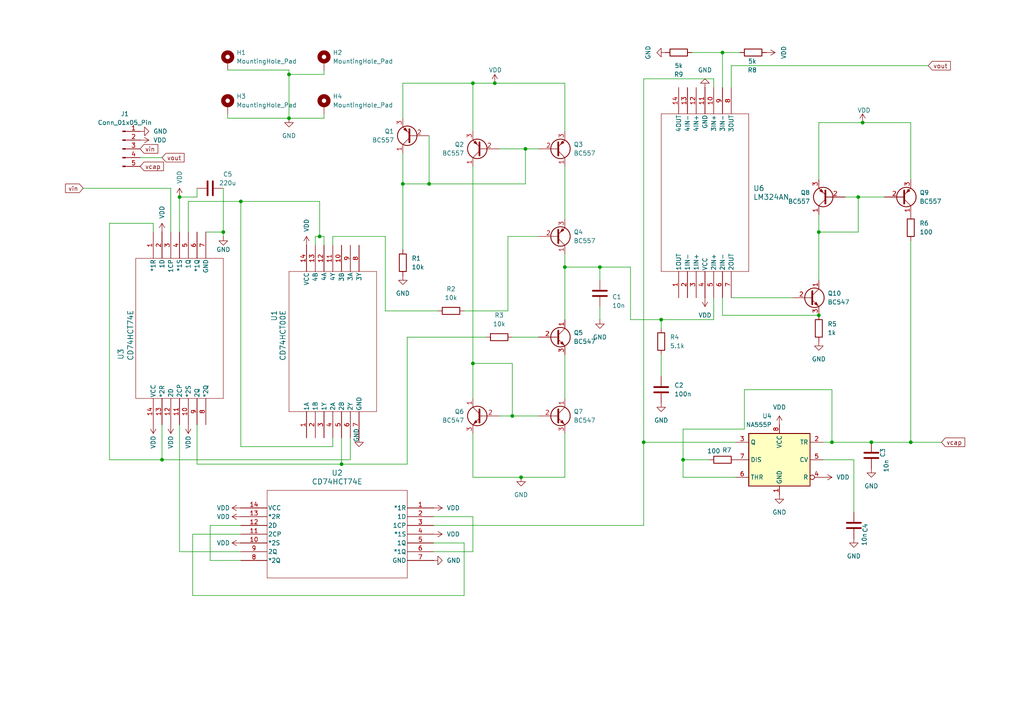
<source format=kicad_sch>
(kicad_sch (version 20231120) (generator "eeschema") (generator_version "8.0")
  (paper "A4")
  (lib_symbols
    (symbol "CD74HCT00E:CD74HCT00E" (pin_names (offset 0.254))
      (property "Reference" "U" (at 27.94 10.16 0))
      (property "Value" "CD74HCT00E" (at 27.94 7.62 0))
      (symbol "CD74HCT00E_0_1"
        (polyline (pts (xy 7.62 -20.32) (xy 48.26 -20.32)) (stroke (width 0.127)))
        (polyline (pts (xy 7.62 5.08) (xy 7.62 -20.32)) (stroke (width 0.127)))
        (polyline (pts (xy 48.26 -20.32) (xy 48.26 5.08)) (stroke (width 0.127)))
        (polyline (pts (xy 48.26 5.08) (xy 7.62 5.08)) (stroke (width 0.127)))
        (pin input line (at 0 0 0) (length 7.62) (name "1A") (number "1"))
        (pin input line (at 55.88 -10.16 180) (length 7.62) (name "3B") (number "10"))
        (pin output line (at 55.88 -7.62 180) (length 7.62) (name "4Y") (number "11"))
        (pin input line (at 55.88 -5.08 180) (length 7.62) (name "4A") (number "12"))
        (pin input line (at 55.88 -2.54 180) (length 7.62) (name "4B") (number "13"))
        (pin power_in line (at 55.88 0 180) (length 7.62) (name "VCC") (number "14"))
        (pin input line (at 0 -2.54 0) (length 7.62) (name "1B") (number "2"))
        (pin output line (at 0 -5.08 0) (length 7.62) (name "1Y") (number "3"))
        (pin input line (at 0 -7.62 0) (length 7.62) (name "2A") (number "4"))
        (pin input line (at 0 -10.16 0) (length 7.62) (name "2B") (number "5"))
        (pin output line (at 0 -12.7 0) (length 7.62) (name "2Y") (number "6"))
        (pin power_in line (at 0 -15.24 0) (length 7.62) (name "GND") (number "7"))
        (pin output line (at 55.88 -15.24 180) (length 7.62) (name "3Y") (number "8"))
        (pin input line (at 55.88 -12.7 180) (length 7.62) (name "3A") (number "9"))
      )
    )
    (symbol "CD74HCT74E:CD74HCT74E" (pin_names (offset 0.254))
      (property "Reference" "U" (at 27.94 10.16 0))
      (property "Value" "CD74HCT74E" (at 27.94 7.62 0))
      (symbol "CD74HCT74E_0_1"
        (polyline (pts (xy 7.62 -20.32) (xy 48.26 -20.32)) (stroke (width 0.127)))
        (polyline (pts (xy 7.62 5.08) (xy 7.62 -20.32)) (stroke (width 0.127)))
        (polyline (pts (xy 48.26 -20.32) (xy 48.26 5.08)) (stroke (width 0.127)))
        (polyline (pts (xy 48.26 5.08) (xy 7.62 5.08)) (stroke (width 0.127)))
        (pin input line (at 0 0 0) (length 7.62) (name "*1R") (number "1"))
        (pin input line (at 55.88 -10.16 180) (length 7.62) (name "*2S") (number "10"))
        (pin input line (at 55.88 -7.62 180) (length 7.62) (name "2CP") (number "11"))
        (pin input line (at 55.88 -5.08 180) (length 7.62) (name "2D") (number "12"))
        (pin input line (at 55.88 -2.54 180) (length 7.62) (name "*2R") (number "13"))
        (pin power_in line (at 55.88 0 180) (length 7.62) (name "VCC") (number "14"))
        (pin input line (at 0 -2.54 0) (length 7.62) (name "1D") (number "2"))
        (pin input line (at 0 -5.08 0) (length 7.62) (name "1CP") (number "3"))
        (pin input line (at 0 -7.62 0) (length 7.62) (name "*1S") (number "4"))
        (pin output line (at 0 -10.16 0) (length 7.62) (name "1Q") (number "5"))
        (pin output line (at 0 -12.7 0) (length 7.62) (name "*1Q") (number "6"))
        (pin power_in line (at 0 -15.24 0) (length 7.62) (name "GND") (number "7"))
        (pin output line (at 55.88 -15.24 180) (length 7.62) (name "*2Q") (number "8"))
        (pin output line (at 55.88 -12.7 180) (length 7.62) (name "2Q") (number "9"))
      )
    )
    (symbol "Connector:Conn_01x05_Pin" (pin_names (offset 1.016) hide)
      (property "Reference" "J" (at 0 7.62 0))
      (property "Value" "Conn_01x05_Pin" (at 0 -7.62 0))
      (symbol "Conn_01x05_Pin_1_1"
        (polyline (pts (xy 1.27 -5.08) (xy 0.8636 -5.08)) (stroke (width 0.1524)))
        (polyline (pts (xy 1.27 -2.54) (xy 0.8636 -2.54)) (stroke (width 0.1524)))
        (polyline (pts (xy 1.27 0) (xy 0.8636 0)) (stroke (width 0.1524)))
        (polyline (pts (xy 1.27 2.54) (xy 0.8636 2.54)) (stroke (width 0.1524)))
        (polyline (pts (xy 1.27 5.08) (xy 0.8636 5.08)) (stroke (width 0.1524)))
        (rectangle (start 0.8636 -4.953) (end 0 -5.207) (stroke (width 0.1524)) (fill (type outline)))
        (rectangle (start 0.8636 -2.413) (end 0 -2.667) (stroke (width 0.1524)) (fill (type outline)))
        (rectangle (start 0.8636 0.127) (end 0 -0.127) (stroke (width 0.1524)) (fill (type outline)))
        (rectangle (start 0.8636 2.667) (end 0 2.413) (stroke (width 0.1524)) (fill (type outline)))
        (rectangle (start 0.8636 5.207) (end 0 4.953) (stroke (width 0.1524)) (fill (type outline)))
        (pin passive line (at 5.08 5.08 180) (length 3.81) (name "Pin_1") (number "1"))
        (pin passive line (at 5.08 2.54 180) (length 3.81) (name "Pin_2") (number "2"))
        (pin passive line (at 5.08 0 180) (length 3.81) (name "Pin_3") (number "3"))
        (pin passive line (at 5.08 -2.54 180) (length 3.81) (name "Pin_4") (number "4"))
        (pin passive line (at 5.08 -5.08 180) (length 3.81) (name "Pin_5") (number "5"))
      )
    )
    (symbol "Device:C" (pin_numbers hide) (pin_names (offset 0.254))
      (property "Reference" "C" (at 0.635 2.54 0))
      (property "Value" "C" (at 0.635 -2.54 0))
      (symbol "C_0_1"
        (polyline (pts (xy -2.032 -0.762) (xy 2.032 -0.762)) (stroke (width 0.508)))
        (polyline (pts (xy -2.032 0.762) (xy 2.032 0.762)) (stroke (width 0.508)))
      )
      (symbol "C_1_1"
        (pin passive line (at 0 3.81 270) (length 2.794) (name "~") (number "1"))
        (pin passive line (at 0 -3.81 90) (length 2.794) (name "~") (number "2"))
      )
    )
    (symbol "Device:R" (pin_numbers hide) (pin_names (offset 0))
      (property "Reference" "R" (at 2.032 0 90))
      (property "Value" "R" (at 0 0 90))
      (symbol "R_0_1"
        (rectangle (start -1.016 -2.54) (end 1.016 2.54) (stroke (width 0.254)))
      )
      (symbol "R_1_1"
        (pin passive line (at 0 3.81 270) (length 1.27) (name "~") (number "1"))
        (pin passive line (at 0 -3.81 90) (length 1.27) (name "~") (number "2"))
      )
    )
    (symbol "LM324AN:LM324AN" (pin_names (offset 0.254))
      (property "Reference" "U" (at 30.48 10.16 0))
      (property "Value" "LM324AN" (at 30.48 7.62 0))
      (symbol "LM324AN_0_1"
        (polyline (pts (xy 7.62 -20.32) (xy 53.34 -20.32)) (stroke (width 0.127)))
        (polyline (pts (xy 7.62 5.08) (xy 7.62 -20.32)) (stroke (width 0.127)))
        (polyline (pts (xy 53.34 -20.32) (xy 53.34 5.08)) (stroke (width 0.127)))
        (polyline (pts (xy 53.34 5.08) (xy 7.62 5.08)) (stroke (width 0.127)))
        (pin output line (at 0 0 0) (length 7.62) (name "1OUT") (number "1"))
        (pin input line (at 60.96 -10.16 180) (length 7.62) (name "3IN+") (number "10"))
        (pin power_in line (at 60.96 -7.62 180) (length 7.62) (name "GND") (number "11"))
        (pin input line (at 60.96 -5.08 180) (length 7.62) (name "4IN+") (number "12"))
        (pin input line (at 60.96 -2.54 180) (length 7.62) (name "4IN-") (number "13"))
        (pin output line (at 60.96 0 180) (length 7.62) (name "4OUT") (number "14"))
        (pin input line (at 0 -2.54 0) (length 7.62) (name "1IN-") (number "2"))
        (pin input line (at 0 -5.08 0) (length 7.62) (name "1IN+") (number "3"))
        (pin power_in line (at 0 -7.62 0) (length 7.62) (name "VCC") (number "4"))
        (pin input line (at 0 -10.16 0) (length 7.62) (name "2IN+") (number "5"))
        (pin input line (at 0 -12.7 0) (length 7.62) (name "2IN-") (number "6"))
        (pin output line (at 0 -15.24 0) (length 7.62) (name "2OUT") (number "7"))
        (pin output line (at 60.96 -15.24 180) (length 7.62) (name "3OUT") (number "8"))
        (pin input line (at 60.96 -12.7 180) (length 7.62) (name "3IN-") (number "9"))
      )
    )
    (symbol "Mechanical:MountingHole_Pad" (pin_numbers hide) (pin_names (offset 1.016) hide) (exclude_from_sim yes) (in_bom no)
      (property "Reference" "H" (at 0 6.35 0))
      (property "Value" "MountingHole_Pad" (at 0 4.445 0))
      (symbol "MountingHole_Pad_0_1"
        (circle (center 0 1.27) (radius 1.27) (stroke (width 1.27)))
      )
      (symbol "MountingHole_Pad_1_1"
        (pin input line (at 0 -2.54 90) (length 2.54) (name "1") (number "1"))
      )
    )
    (symbol "Timer:NA555P"
      (property "Reference" "U" (at -10.16 8.89 0))
      (property "Value" "NA555P" (at 2.54 8.89 0))
      (symbol "NA555P_0_0"
        (pin power_in line (at 0 -10.16 90) (length 2.54) (name "GND") (number "1"))
        (pin power_in line (at 0 10.16 270) (length 2.54) (name "VCC") (number "8"))
      )
      (symbol "NA555P_0_1"
        (rectangle (start -8.89 -7.62) (end 8.89 7.62) (stroke (width 0.254)) (fill (type background)))
        (rectangle (start -8.89 -7.62) (end 8.89 7.62) (stroke (width 0.254)) (fill (type background)))
      )
      (symbol "NA555P_1_1"
        (pin input line (at -12.7 5.08 0) (length 3.81) (name "TR") (number "2"))
        (pin output line (at 12.7 5.08 180) (length 3.81) (name "Q") (number "3"))
        (pin input inverted (at -12.7 -5.08 0) (length 3.81) (name "R") (number "4"))
        (pin input line (at -12.7 0 0) (length 3.81) (name "CV") (number "5"))
        (pin input line (at 12.7 -5.08 180) (length 3.81) (name "THR") (number "6"))
        (pin input line (at 12.7 0 180) (length 3.81) (name "DIS") (number "7"))
      )
    )
    (symbol "Transistor_BJT:BC547" (pin_names (offset 0) hide)
      (property "Reference" "Q" (at 5.08 1.905 0))
      (property "Value" "BC547" (at 5.08 0 0))
      (symbol "BC547_0_1"
        (polyline (pts (xy 0 0) (xy 0.635 0)))
        (polyline (pts (xy 0.635 0.635) (xy 2.54 2.54)))
        (polyline (pts (xy 0.635 -0.635) (xy 2.54 -2.54) (xy 2.54 -2.54)))
        (polyline (pts (xy 0.635 1.905) (xy 0.635 -1.905) (xy 0.635 -1.905)) (stroke (width 0.508)))
        (polyline (pts (xy 1.27 -1.778) (xy 1.778 -1.27) (xy 2.286 -2.286) (xy 1.27 -1.778) (xy 1.27 -1.778)) (fill (type outline)))
        (circle (center 1.27 0) (radius 2.8194) (stroke (width 0.254)))
      )
      (symbol "BC547_1_1"
        (pin passive line (at 2.54 5.08 270) (length 2.54) (name "C") (number "1"))
        (pin input line (at -5.08 0 0) (length 5.08) (name "B") (number "2"))
        (pin passive line (at 2.54 -5.08 90) (length 2.54) (name "E") (number "3"))
      )
    )
    (symbol "Transistor_BJT:BC557" (pin_names (offset 0) hide)
      (property "Reference" "Q" (at 5.08 1.905 0))
      (property "Value" "BC557" (at 5.08 0 0))
      (symbol "BC557_0_1"
        (polyline (pts (xy 0.635 0.635) (xy 2.54 2.54)))
        (polyline (pts (xy 0.635 -0.635) (xy 2.54 -2.54) (xy 2.54 -2.54)))
        (polyline (pts (xy 0.635 1.905) (xy 0.635 -1.905) (xy 0.635 -1.905)) (stroke (width 0.508)))
        (polyline (pts (xy 2.286 -1.778) (xy 1.778 -2.286) (xy 1.27 -1.27) (xy 2.286 -1.778) (xy 2.286 -1.778)) (fill (type outline)))
        (circle (center 1.27 0) (radius 2.8194) (stroke (width 0.254)))
      )
      (symbol "BC557_1_1"
        (pin passive line (at 2.54 5.08 270) (length 2.54) (name "C") (number "1"))
        (pin input line (at -5.08 0 0) (length 5.715) (name "B") (number "2"))
        (pin passive line (at 2.54 -5.08 90) (length 2.54) (name "E") (number "3"))
      )
    )
    (symbol "power:GND" (power) (pin_numbers hide) (pin_names (offset 0) hide)
      (property "Value" "GND" (at 0 -3.81 0))
      (symbol "GND_0_1"
        (polyline (pts (xy 0 0) (xy 0 -1.27) (xy 1.27 -1.27) (xy 0 -2.54) (xy -1.27 -1.27) (xy 0 -1.27)))
      )
      (symbol "GND_1_1"
        (pin power_in line (at 0 0 270) (length 0) (name "~") (number "1"))
      )
    )
    (symbol "power:VDD" (power) (pin_numbers hide) (pin_names (offset 0) hide)
      (property "Value" "VDD" (at 0 3.556 0))
      (symbol "VDD_0_1"
        (polyline (pts (xy -0.762 1.27) (xy 0 2.54)))
        (polyline (pts (xy 0 0) (xy 0 2.54)))
        (polyline (pts (xy 0 2.54) (xy 0.762 1.27)))
      )
      (symbol "VDD_1_1"
        (pin power_in line (at 0 0 90) (length 0) (name "~") (number "1"))
      )
    )
  )
  (junction (at 186.69 128.27))
  (junction (at 52.07 57.15))
  (junction (at 237.49 91.44))
  (junction (at 148.59 120.65))
  (junction (at 116.84 53.34))
  (junction (at 163.83 77.47))
  (junction (at 64.77 67.31))
  (junction (at 137.16 24.13))
  (junction (at 137.16 105.41))
  (junction (at 46.99 133.35))
  (junction (at 250.19 35.56))
  (junction (at 83.82 34.29))
  (junction (at 252.73 128.27))
  (junction (at 83.82 21.59))
  (junction (at 143.51 24.13))
  (junction (at 198.12 133.35))
  (junction (at 152.4 43.18))
  (junction (at 264.16 128.27))
  (junction (at 124.46 53.34))
  (junction (at 99.06 134.62))
  (junction (at 248.92 57.15))
  (junction (at 237.49 67.31))
  (junction (at 69.85 58.42))
  (junction (at 241.3 128.27))
  (junction (at 209.55 15.24))
  (junction (at 173.99 77.47))
  (junction (at 92.71 68.58))
  (junction (at 151.13 138.43))
  (junction (at 191.77 92.71))
  (wire (pts (xy 93.98 21.59) (xy 93.98 20.32)))
  (wire (pts (xy 173.99 88.9) (xy 173.99 92.71)))
  (wire (pts (xy 163.83 102.87) (xy 163.83 115.57)))
  (wire (pts (xy 241.3 128.27) (xy 252.73 128.27)))
  (wire (pts (xy 264.16 35.56) (xy 264.16 52.07)))
  (wire (pts (xy 163.83 138.43) (xy 163.83 125.73)))
  (wire (pts (xy 99.06 127) (xy 99.06 134.62)))
  (wire (pts (xy 96.52 129.54) (xy 96.52 127)))
  (wire (pts (xy 213.36 138.43) (xy 198.12 138.43)))
  (wire (pts (xy 64.77 68.58) (xy 64.77 67.31)))
  (wire (pts (xy 101.6 127) (xy 101.6 133.35)))
  (wire (pts (xy 111.76 90.17) (xy 127 90.17)))
  (wire (pts (xy 46.99 123.19) (xy 46.99 133.35)))
  (wire (pts (xy 198.12 124.46) (xy 215.9 124.46)))
  (wire (pts (xy 191.77 92.71) (xy 191.77 95.25)))
  (wire (pts (xy 173.99 77.47) (xy 182.88 77.47)))
  (wire (pts (xy 31.75 133.35) (xy 46.99 133.35)))
  (wire (pts (xy 111.76 68.58) (xy 111.76 90.17)))
  (wire (pts (xy 57.15 134.62) (xy 99.06 134.62)))
  (wire (pts (xy 124.46 53.34) (xy 152.4 53.34)))
  (wire (pts (xy 66.04 33.02) (xy 66.04 34.29)))
  (wire (pts (xy 137.16 125.73) (xy 137.16 138.43)))
  (wire (pts (xy 212.09 19.05) (xy 212.09 25.4)))
  (wire (pts (xy 83.82 21.59) (xy 83.82 34.29)))
  (wire (pts (xy 264.16 69.85) (xy 264.16 128.27)))
  (wire (pts (xy 69.85 129.54) (xy 96.52 129.54)))
  (wire (pts (xy 93.98 34.29) (xy 93.98 33.02)))
  (wire (pts (xy 69.85 58.42) (xy 69.85 129.54)))
  (wire (pts (xy 52.07 57.15) (xy 57.15 57.15)))
  (wire (pts (xy 91.44 68.58) (xy 92.71 68.58)))
  (wire (pts (xy 96.52 71.12) (xy 96.52 68.58)))
  (wire (pts (xy 31.75 64.77) (xy 31.75 133.35)))
  (wire (pts (xy 99.06 134.62) (xy 118.11 134.62)))
  (wire (pts (xy 134.62 90.17) (xy 147.32 90.17)))
  (wire (pts (xy 186.69 22.86) (xy 186.69 128.27)))
  (wire (pts (xy 69.85 152.4) (xy 60.96 152.4)))
  (wire (pts (xy 191.77 92.71) (xy 207.01 92.71)))
  (wire (pts (xy 59.69 67.31) (xy 64.77 67.31)))
  (wire (pts (xy 125.73 149.86) (xy 137.16 149.86)))
  (wire (pts (xy 137.16 105.41) (xy 137.16 115.57)))
  (wire (pts (xy 40.64 45.72) (xy 46.99 45.72)))
  (wire (pts (xy 237.49 35.56) (xy 250.19 35.56)))
  (wire (pts (xy 118.11 97.79) (xy 118.11 134.62)))
  (wire (pts (xy 92.71 58.42) (xy 92.71 68.58)))
  (wire (pts (xy 49.53 54.61) (xy 49.53 67.31)))
  (wire (pts (xy 64.77 67.31) (xy 64.77 54.61)))
  (wire (pts (xy 212.09 86.36) (xy 229.87 86.36)))
  (wire (pts (xy 66.04 20.32) (xy 83.82 20.32)))
  (wire (pts (xy 147.32 90.17) (xy 147.32 68.58)))
  (wire (pts (xy 213.36 128.27) (xy 186.69 128.27)))
  (wire (pts (xy 207.01 25.4) (xy 207.01 22.86)))
  (wire (pts (xy 163.83 73.66) (xy 163.83 77.47)))
  (wire (pts (xy 137.16 24.13) (xy 116.84 24.13)))
  (wire (pts (xy 248.92 67.31) (xy 248.92 57.15)))
  (wire (pts (xy 125.73 152.4) (xy 186.69 152.4)))
  (wire (pts (xy 238.76 128.27) (xy 241.3 128.27)))
  (wire (pts (xy 209.55 15.24) (xy 214.63 15.24)))
  (wire (pts (xy 237.49 67.31) (xy 237.49 81.28)))
  (wire (pts (xy 152.4 43.18) (xy 156.21 43.18)))
  (wire (pts (xy 93.98 71.12) (xy 93.98 68.58)))
  (wire (pts (xy 54.61 67.31) (xy 54.61 58.42)))
  (wire (pts (xy 118.11 97.79) (xy 140.97 97.79)))
  (wire (pts (xy 264.16 128.27) (xy 273.05 128.27)))
  (wire (pts (xy 83.82 21.59) (xy 93.98 21.59)))
  (wire (pts (xy 238.76 133.35) (xy 247.65 133.35)))
  (wire (pts (xy 60.96 152.4) (xy 60.96 162.56)))
  (wire (pts (xy 198.12 138.43) (xy 198.12 133.35)))
  (wire (pts (xy 60.96 162.56) (xy 69.85 162.56)))
  (wire (pts (xy 144.78 43.18) (xy 152.4 43.18)))
  (wire (pts (xy 92.71 68.58) (xy 93.98 68.58)))
  (wire (pts (xy 134.62 157.48) (xy 134.62 172.72)))
  (wire (pts (xy 44.45 64.77) (xy 31.75 64.77)))
  (wire (pts (xy 207.01 86.36) (xy 207.01 92.71)))
  (wire (pts (xy 55.88 172.72) (xy 134.62 172.72)))
  (wire (pts (xy 44.45 67.31) (xy 44.45 64.77)))
  (wire (pts (xy 198.12 133.35) (xy 205.74 133.35)))
  (wire (pts (xy 252.73 128.27) (xy 264.16 128.27)))
  (wire (pts (xy 137.16 149.86) (xy 137.16 160.02)))
  (wire (pts (xy 250.19 35.56) (xy 264.16 35.56)))
  (wire (pts (xy 83.82 34.29) (xy 66.04 34.29)))
  (wire (pts (xy 209.55 91.44) (xy 237.49 91.44)))
  (wire (pts (xy 137.16 48.26) (xy 137.16 105.41)))
  (wire (pts (xy 200.66 15.24) (xy 209.55 15.24)))
  (wire (pts (xy 173.99 77.47) (xy 173.99 81.28)))
  (wire (pts (xy 143.51 24.13) (xy 137.16 24.13)))
  (wire (pts (xy 55.88 154.94) (xy 55.88 172.72)))
  (wire (pts (xy 163.83 24.13) (xy 143.51 24.13)))
  (wire (pts (xy 209.55 86.36) (xy 209.55 91.44)))
  (wire (pts (xy 24.13 54.61) (xy 49.53 54.61)))
  (wire (pts (xy 46.99 133.35) (xy 101.6 133.35)))
  (wire (pts (xy 186.69 128.27) (xy 186.69 152.4)))
  (wire (pts (xy 69.85 58.42) (xy 92.71 58.42)))
  (wire (pts (xy 116.84 53.34) (xy 124.46 53.34)))
  (wire (pts (xy 241.3 113.03) (xy 241.3 128.27)))
  (wire (pts (xy 237.49 52.07) (xy 237.49 35.56)))
  (wire (pts (xy 91.44 71.12) (xy 91.44 68.58)))
  (wire (pts (xy 83.82 34.29) (xy 93.98 34.29)))
  (wire (pts (xy 57.15 123.19) (xy 57.15 134.62)))
  (wire (pts (xy 125.73 160.02) (xy 137.16 160.02)))
  (wire (pts (xy 152.4 43.18) (xy 152.4 53.34)))
  (wire (pts (xy 144.78 120.65) (xy 148.59 120.65)))
  (wire (pts (xy 212.09 19.05) (xy 269.24 19.05)))
  (wire (pts (xy 191.77 102.87) (xy 191.77 109.22)))
  (wire (pts (xy 151.13 138.43) (xy 163.83 138.43)))
  (wire (pts (xy 163.83 77.47) (xy 163.83 92.71)))
  (wire (pts (xy 52.07 160.02) (xy 69.85 160.02)))
  (wire (pts (xy 148.59 105.41) (xy 148.59 120.65)))
  (wire (pts (xy 215.9 113.03) (xy 241.3 113.03)))
  (wire (pts (xy 125.73 157.48) (xy 134.62 157.48)))
  (wire (pts (xy 69.85 154.94) (xy 55.88 154.94)))
  (wire (pts (xy 215.9 113.03) (xy 215.9 124.46)))
  (wire (pts (xy 163.83 48.26) (xy 163.83 63.5)))
  (wire (pts (xy 116.84 53.34) (xy 116.84 72.39)))
  (wire (pts (xy 237.49 62.23) (xy 237.49 67.31)))
  (wire (pts (xy 182.88 92.71) (xy 191.77 92.71)))
  (wire (pts (xy 247.65 133.35) (xy 247.65 148.59)))
  (wire (pts (xy 116.84 44.45) (xy 116.84 53.34)))
  (wire (pts (xy 182.88 77.47) (xy 182.88 92.71)))
  (wire (pts (xy 57.15 54.61) (xy 57.15 57.15)))
  (wire (pts (xy 147.32 68.58) (xy 156.21 68.58)))
  (wire (pts (xy 96.52 68.58) (xy 111.76 68.58)))
  (wire (pts (xy 209.55 15.24) (xy 209.55 25.4)))
  (wire (pts (xy 248.92 57.15) (xy 256.54 57.15)))
  (wire (pts (xy 137.16 105.41) (xy 148.59 105.41)))
  (wire (pts (xy 245.11 57.15) (xy 248.92 57.15)))
  (wire (pts (xy 52.07 123.19) (xy 52.07 160.02)))
  (wire (pts (xy 237.49 67.31) (xy 248.92 67.31)))
  (wire (pts (xy 116.84 24.13) (xy 116.84 34.29)))
  (wire (pts (xy 148.59 97.79) (xy 156.21 97.79)))
  (wire (pts (xy 163.83 38.1) (xy 163.83 24.13)))
  (wire (pts (xy 52.07 67.31) (xy 52.07 57.15)))
  (wire (pts (xy 83.82 20.32) (xy 83.82 21.59)))
  (wire (pts (xy 198.12 133.35) (xy 198.12 124.46)))
  (wire (pts (xy 137.16 24.13) (xy 137.16 38.1)))
  (wire (pts (xy 137.16 138.43) (xy 151.13 138.43)))
  (wire (pts (xy 163.83 77.47) (xy 173.99 77.47)))
  (wire (pts (xy 54.61 58.42) (xy 69.85 58.42)))
  (wire (pts (xy 148.59 120.65) (xy 156.21 120.65)))
  (wire (pts (xy 124.46 39.37) (xy 124.46 53.34)))
  (wire (pts (xy 207.01 22.86) (xy 186.69 22.86)))
  (global_label "vcap" (shape input) (at 273.05 128.27 0) (property "Intersheetrefs" "${INTERSHEET_REFS}" (effects (hide yes))))
  (global_label "vout" (shape input) (at 269.24 19.05 0) (property "Intersheetrefs" "${INTERSHEET_REFS}" (effects (hide yes))))
  (global_label "vin" (shape input) (at 24.13 54.61 180) (property "Intersheetrefs" "${INTERSHEET_REFS}" (effects (hide yes))))
  (global_label "vin" (shape input) (at 40.64 43.18 0) (property "Intersheetrefs" "${INTERSHEET_REFS}" (effects (hide yes))))
  (global_label "vcap" (shape input) (at 40.64 48.26 0) (property "Intersheetrefs" "${INTERSHEET_REFS}" (effects (hide yes))))
  (global_label "vout" (shape input) (at 46.99 45.72 0) (property "Intersheetrefs" "${INTERSHEET_REFS}" (effects (hide yes))))
  (symbol (lib_id "Transistor_BJT:BC547") (at 161.29 97.79 0) (unit 1)
    (property "Reference" "Q5" (at 166.37 96.5199 0) (effects (justify left)))
    (property "Value" "BC547" (at 166.37 99.0599 0) (effects (justify left)))
    (property "Footprint" "Package_TO_SOT_THT:TO-92_Inline" (effects (hide yes)))
    (property "Datasheet" "https://www.onsemi.com/pub/Collateral/BC550-D.pdf" (effects (hide yes)))
    (property "Description" "0.1A Ic, 45V Vce, Small Signal NPN Transistor, TO-92" (effects (hide yes)))
  )
  (symbol (lib_id "Device:R") (at 237.49 95.25 0) (unit 1)
    (property "Reference" "R5" (at 240.03 93.9799 0) (effects (justify left)))
    (property "Value" "1k" (at 240.03 96.5199 0) (effects (justify left)))
    (property "Footprint" "Resistor_THT:R_Axial_DIN0414_L11.9mm_D4.5mm_P5.08mm_Vertical" (effects (hide yes)))
    (property "Description" "Resistor" (effects (hide yes)))
  )
  (symbol (lib_id "power:VDD") (at 54.61 123.19 180) (unit 1)
    (property "Reference" "#PWR028" (effects (hide yes)))
    (property "Value" "VDD" (at 54.61 128.27 90))
    (property "Description" "Power symbol creates a global label with name \"VDD\"" (effects (hide yes)))
  )
  (symbol (lib_id "power:GND") (at 104.14 127 0) (unit 1)
    (property "Reference" "#PWR033" (effects (hide yes)))
    (property "Value" "GND" (at 103.378 124.206 90) (effects (justify right)))
    (property "Description" "Power symbol creates a global label with name \"GND\" , ground" (effects (hide yes)))
  )
  (symbol (lib_id "Connector:Conn_01x05_Pin") (at 35.56 43.18 0) (unit 1)
    (property "Reference" "J1" (at 36.195 33.02 0))
    (property "Value" "Conn_01x05_Pin" (at 36.195 35.56 0))
    (property "Footprint" "Connector_PinHeader_2.54mm:PinHeader_1x05_P2.54mm_Vertical" (effects (hide yes)))
    (property "Description" "Generic connector, single row, 01x05, script generated" (effects (hide yes)))
  )
  (symbol (lib_id "CD74HCT00E:CD74HCT00E") (at 88.9 127 90) (unit 1)
    (property "Reference" "U1" (at 79.502 89.916 0) (effects (font (size 1.524 1.524)) (justify right)))
    (property "Value" "CD74HCT00E" (at 82.042 89.916 0) (effects (font (size 1.524 1.524)) (justify right)))
    (property "Footprint" "CD74HCT00E:N14" (effects (hide yes)))
    (property "Datasheet" "CD74HCT00E" (effects (hide yes)))
  )
  (symbol (lib_id "Device:R") (at 130.81 90.17 90) (unit 1)
    (property "Reference" "R2" (at 130.81 83.82 90))
    (property "Value" "10k" (at 130.81 86.36 90))
    (property "Footprint" "Resistor_THT:R_Axial_DIN0207_L6.3mm_D2.5mm_P5.08mm_Vertical" (effects (hide yes)))
    (property "Description" "Resistor" (effects (hide yes)))
  )
  (symbol (lib_id "CD74HCT74E:CD74HCT74E") (at 125.73 147.32 0) (mirror y) (unit 1)
    (property "Reference" "U2" (at 97.79 137.16 0) (effects (font (size 1.524 1.524))))
    (property "Value" "CD74HCT74E" (at 97.79 139.7 0) (effects (font (size 1.524 1.524))))
    (property "Footprint" "CD74HCT74E:N14" (effects (hide yes)))
    (property "Datasheet" "CD74HCT74E" (effects (hide yes)))
  )
  (symbol (lib_id "Device:R") (at 209.55 133.35 270) (unit 1)
    (property "Reference" "R7" (at 210.82 130.556 90))
    (property "Value" "100" (at 207.01 130.81 90))
    (property "Footprint" "Resistor_THT:R_Axial_DIN0414_L11.9mm_D4.5mm_P5.08mm_Vertical" (effects (hide yes)))
    (property "Description" "Resistor" (effects (hide yes)))
  )
  (symbol (lib_id "Device:R") (at 144.78 97.79 90) (unit 1)
    (property "Reference" "R3" (at 144.78 91.44 90))
    (property "Value" "10k" (at 144.78 93.98 90))
    (property "Footprint" "Resistor_THT:R_Axial_DIN0207_L6.3mm_D2.5mm_P5.08mm_Vertical" (effects (hide yes)))
    (property "Description" "Resistor" (effects (hide yes)))
  )
  (symbol (lib_id "power:GND") (at 116.84 80.01 0) (unit 1)
    (property "Reference" "#PWR07" (effects (hide yes)))
    (property "Value" "GND" (at 116.84 85.09 0))
    (property "Description" "Power symbol creates a global label with name \"GND\" , ground" (effects (hide yes)))
  )
  (symbol (lib_id "power:GND") (at 151.13 138.43 0) (unit 1)
    (property "Reference" "#PWR08" (effects (hide yes)))
    (property "Value" "GND" (at 151.13 143.51 0))
    (property "Description" "Power symbol creates a global label with name \"GND\" , ground" (effects (hide yes)))
  )
  (symbol (lib_id "power:VDD") (at 222.25 15.24 270) (unit 1)
    (property "Reference" "#PWR04" (effects (hide yes)))
    (property "Value" "VDD" (at 227.33 15.24 0))
    (property "Description" "Power symbol creates a global label with name \"VDD\"" (effects (hide yes)))
  )
  (symbol (lib_id "power:VDD") (at 238.76 138.43 270) (unit 1)
    (property "Reference" "#PWR015" (effects (hide yes)))
    (property "Value" "VDD" (at 242.57 138.4299 90) (effects (justify left)))
    (property "Description" "Power symbol creates a global label with name \"VDD\"" (effects (hide yes)))
  )
  (symbol (lib_id "power:VDD") (at 46.99 67.31 0) (unit 1)
    (property "Reference" "#PWR029" (effects (hide yes)))
    (property "Value" "VDD" (at 46.9899 63.5 90) (effects (justify left)))
    (property "Description" "Power symbol creates a global label with name \"VDD\"" (effects (hide yes)))
  )
  (symbol (lib_id "Device:C") (at 191.77 113.03 0) (unit 1)
    (property "Reference" "C2" (at 195.58 111.7599 0) (effects (justify left)))
    (property "Value" "100n" (at 195.58 114.2999 0) (effects (justify left)))
    (property "Footprint" "Capacitor_THT:CP_Radial_D5.0mm_P2.50mm" (effects (hide yes)))
    (property "Description" "Unpolarized capacitor" (effects (hide yes)))
  )
  (symbol (lib_id "power:VDD") (at 226.06 123.19 0) (unit 1)
    (property "Reference" "#PWR014" (effects (hide yes)))
    (property "Value" "VDD" (at 226.06 118.11 0))
    (property "Description" "Power symbol creates a global label with name \"VDD\"" (effects (hide yes)))
  )
  (symbol (lib_id "Transistor_BJT:BC557") (at 161.29 68.58 0) (mirror x) (unit 1)
    (property "Reference" "Q4" (at 166.37 67.3099 0) (effects (justify left)))
    (property "Value" "BC557" (at 166.37 69.8499 0) (effects (justify left)))
    (property "Footprint" "Package_TO_SOT_THT:TO-92_Inline" (effects (hide yes)))
    (property "Datasheet" "https://www.onsemi.com/pub/Collateral/BC556BTA-D.pdf" (effects (hide yes)))
    (property "Description" "0.1A Ic, 45V Vce, PNP Small Signal Transistor, TO-92" (effects (hide yes)))
  )
  (symbol (lib_id "CD74HCT74E:CD74HCT74E") (at 44.45 67.31 90) (mirror x) (unit 1)
    (property "Reference" "U3" (at 35.052 104.394 0) (effects (font (size 1.524 1.524)) (justify right)))
    (property "Value" "CD74HCT74E" (at 37.846 104.648 0) (effects (font (size 1.524 1.524)) (justify right)))
    (property "Footprint" "CD74HCT74E:N14" (effects (hide yes)))
    (property "Datasheet" "CD74HCT74E" (effects (hide yes)))
  )
  (symbol (lib_id "Device:C") (at 252.73 132.08 180) (unit 1)
    (property "Reference" "C3" (at 256.032 131.318 90))
    (property "Value" "10n" (at 257.048 135.128 90))
    (property "Footprint" "Capacitor_THT:C_Disc_D7.5mm_W5.0mm_P5.00mm" (effects (hide yes)))
    (property "Description" "Unpolarized capacitor" (effects (hide yes)))
  )
  (symbol (lib_id "Transistor_BJT:BC557") (at 119.38 39.37 180) (unit 1)
    (property "Reference" "Q1" (at 114.3 38.0999 0) (effects (justify left)))
    (property "Value" "BC557" (at 114.3 40.6399 0) (effects (justify left)))
    (property "Footprint" "Package_TO_SOT_THT:TO-92_Inline" (effects (hide yes)))
    (property "Datasheet" "https://www.onsemi.com/pub/Collateral/BC556BTA-D.pdf" (effects (hide yes)))
    (property "Description" "0.1A Ic, 45V Vce, PNP Small Signal Transistor, TO-92" (effects (hide yes)))
  )
  (symbol (lib_id "Device:R") (at 264.16 66.04 0) (unit 1)
    (property "Reference" "R6" (at 266.7 64.7699 0) (effects (justify left)))
    (property "Value" "100" (at 266.7 67.3099 0) (effects (justify left)))
    (property "Footprint" "Resistor_THT:R_Axial_DIN0414_L11.9mm_D4.5mm_P5.08mm_Vertical" (effects (hide yes)))
    (property "Description" "Resistor" (effects (hide yes)))
  )
  (symbol (lib_id "power:GND") (at 83.82 34.29 0) (unit 1)
    (property "Reference" "#PWR023" (effects (hide yes)))
    (property "Value" "GND" (at 83.82 39.37 0))
    (property "Description" "Power symbol creates a global label with name \"GND\" , ground" (effects (hide yes)))
  )
  (symbol (lib_id "power:GND") (at 247.65 156.21 0) (unit 1)
    (property "Reference" "#PWR016" (effects (hide yes)))
    (property "Value" "GND" (at 247.65 161.29 0))
    (property "Description" "Power symbol creates a global label with name \"GND\" , ground" (effects (hide yes)))
  )
  (symbol (lib_id "LM324AN:LM324AN") (at 196.85 86.36 90) (unit 1)
    (property "Reference" "U6" (at 218.44 54.6099 90) (effects (font (size 1.524 1.524)) (justify right)))
    (property "Value" "LM324AN" (at 218.44 57.1499 90) (effects (font (size 1.524 1.524)) (justify right)))
    (property "Footprint" "LM324AN:N14" (effects (hide yes)))
    (property "Datasheet" "LM324AN" (effects (hide yes)))
  )
  (symbol (lib_id "Transistor_BJT:BC557") (at 240.03 57.15 180) (unit 1)
    (property "Reference" "Q8" (at 234.95 55.8799 0) (effects (justify left)))
    (property "Value" "BC557" (at 234.95 58.4199 0) (effects (justify left)))
    (property "Footprint" "Package_TO_SOT_THT:TO-92_Inline" (effects (hide yes)))
    (property "Datasheet" "https://www.onsemi.com/pub/Collateral/BC556BTA-D.pdf" (effects (hide yes)))
    (property "Description" "0.1A Ic, 45V Vce, PNP Small Signal Transistor, TO-92" (effects (hide yes)))
  )
  (symbol (lib_id "Device:R") (at 196.85 15.24 90) (mirror x) (unit 1)
    (property "Reference" "R9" (at 196.85 21.59 90))
    (property "Value" "5k" (at 196.85 19.05 90))
    (property "Footprint" "Resistor_THT:R_Axial_DIN0207_L6.3mm_D2.5mm_P5.08mm_Vertical" (effects (hide yes)))
    (property "Description" "Resistor" (effects (hide yes)))
  )
  (symbol (lib_id "Device:R") (at 116.84 76.2 180) (unit 1)
    (property "Reference" "R1" (at 119.38 74.9299 0) (effects (justify right)))
    (property "Value" "10k" (at 119.38 77.4699 0) (effects (justify right)))
    (property "Footprint" "Resistor_THT:R_Axial_DIN0207_L6.3mm_D2.5mm_P5.08mm_Vertical" (effects (hide yes)))
    (property "Description" "Resistor" (effects (hide yes)))
  )
  (symbol (lib_id "power:VDD") (at 69.85 149.86 90) (unit 1)
    (property "Reference" "#PWR025" (effects (hide yes)))
    (property "Value" "VDD" (at 64.77 149.86 90))
    (property "Description" "Power symbol creates a global label with name \"VDD\"" (effects (hide yes)))
  )
  (symbol (lib_id "Transistor_BJT:BC547") (at 234.95 86.36 0) (unit 1)
    (property "Reference" "Q10" (at 240.03 85.0899 0) (effects (justify left)))
    (property "Value" "BC547" (at 240.03 87.6299 0) (effects (justify left)))
    (property "Footprint" "Package_TO_SOT_THT:TO-92_Inline" (effects (hide yes)))
    (property "Datasheet" "https://www.onsemi.com/pub/Collateral/BC550-D.pdf" (effects (hide yes)))
    (property "Description" "0.1A Ic, 45V Vce, Small Signal NPN Transistor, TO-92" (effects (hide yes)))
  )
  (symbol (lib_id "Mechanical:MountingHole_Pad") (at 66.04 17.78 0) (unit 1) (exclude_from_sim yes) (in_bom no)
    (property "Reference" "H1" (at 68.58 15.2399 0) (effects (justify left)))
    (property "Value" "MountingHole_Pad" (at 68.58 17.7799 0) (effects (justify left)))
    (property "Footprint" "MountingHole:MountingHole_2.5mm_Pad_TopBottom" (effects (hide yes)))
    (property "Description" "Mounting Hole with connection" (effects (hide yes)))
  )
  (symbol (lib_id "Transistor_BJT:BC557") (at 139.7 43.18 180) (unit 1)
    (property "Reference" "Q2" (at 134.62 41.9099 0) (effects (justify left)))
    (property "Value" "BC557" (at 134.62 44.4499 0) (effects (justify left)))
    (property "Footprint" "Package_TO_SOT_THT:TO-92_Inline" (effects (hide yes)))
    (property "Datasheet" "https://www.onsemi.com/pub/Collateral/BC556BTA-D.pdf" (effects (hide yes)))
    (property "Description" "0.1A Ic, 45V Vce, PNP Small Signal Transistor, TO-92" (effects (hide yes)))
  )
  (symbol (lib_id "Mechanical:MountingHole_Pad") (at 66.04 30.48 0) (unit 1) (exclude_from_sim yes) (in_bom no)
    (property "Reference" "H3" (at 68.58 27.9399 0) (effects (justify left)))
    (property "Value" "MountingHole_Pad" (at 68.58 30.4799 0) (effects (justify left)))
    (property "Footprint" "MountingHole:MountingHole_2.5mm_Pad_TopBottom" (effects (hide yes)))
    (property "Description" "Mounting Hole with connection" (effects (hide yes)))
  )
  (symbol (lib_id "power:VDD") (at 250.19 35.56 0) (unit 1)
    (property "Reference" "#PWR09" (effects (hide yes)))
    (property "Value" "VDD" (at 248.666 32.004 0) (effects (justify left)))
    (property "Description" "Power symbol creates a global label with name \"VDD\"" (effects (hide yes)))
  )
  (symbol (lib_id "Timer:NA555P") (at 226.06 133.35 0) (mirror y) (unit 1)
    (property "Reference" "U4" (at 223.8659 120.65 0) (effects (justify left)))
    (property "Value" "NA555P" (at 223.8659 123.19 0) (effects (justify left)))
    (property "Footprint" "Package_DIP:DIP-8_W7.62mm" (effects (hide yes)))
    (property "Datasheet" "http://www.ti.com/lit/ds/symlink/ne555.pdf" (effects (hide yes)))
    (property "Description" "Precision Timers, 555 compatible, PDIP-8" (effects (hide yes)))
  )
  (symbol (lib_id "power:VDD") (at 69.85 157.48 90) (unit 1)
    (property "Reference" "#PWR026" (effects (hide yes)))
    (property "Value" "VDD" (at 64.77 157.48 90))
    (property "Description" "Power symbol creates a global label with name \"VDD\"" (effects (hide yes)))
  )
  (symbol (lib_id "power:GND") (at 173.99 92.71 0) (unit 1)
    (property "Reference" "#PWR011" (effects (hide yes)))
    (property "Value" "GND" (at 173.99 97.79 0))
    (property "Description" "Power symbol creates a global label with name \"GND\" , ground" (effects (hide yes)))
  )
  (symbol (lib_id "Device:R") (at 191.77 99.06 0) (unit 1)
    (property "Reference" "R4" (at 194.31 97.7899 0) (effects (justify left)))
    (property "Value" "5.1k" (at 194.31 100.3299 0) (effects (justify left)))
    (property "Footprint" "Resistor_THT:R_Axial_DIN0207_L6.3mm_D2.5mm_P5.08mm_Vertical" (effects (hide yes)))
    (property "Description" "Resistor" (effects (hide yes)))
  )
  (symbol (lib_id "power:GND") (at 191.77 116.84 0) (unit 1)
    (property "Reference" "#PWR010" (effects (hide yes)))
    (property "Value" "GND" (at 191.77 121.92 0))
    (property "Description" "Power symbol creates a global label with name \"GND\" , ground" (effects (hide yes)))
  )
  (symbol (lib_id "power:VDD") (at 204.47 86.36 180) (unit 1)
    (property "Reference" "#PWR03" (effects (hide yes)))
    (property "Value" "VDD" (at 204.47 91.44 0))
    (property "Description" "Power symbol creates a global label with name \"VDD\"" (effects (hide yes)))
  )
  (symbol (lib_id "power:GND") (at 125.73 162.56 90) (unit 1)
    (property "Reference" "#PWR027" (effects (hide yes)))
    (property "Value" "GND" (at 129.54 162.5599 90) (effects (justify right)))
    (property "Description" "Power symbol creates a global label with name \"GND\" , ground" (effects (hide yes)))
  )
  (symbol (lib_id "power:VDD") (at 49.53 123.19 180) (unit 1)
    (property "Reference" "#PWR019" (effects (hide yes)))
    (property "Value" "VDD" (at 49.53 128.27 90))
    (property "Description" "Power symbol creates a global label with name \"VDD\"" (effects (hide yes)))
  )
  (symbol (lib_id "power:VDD") (at 143.51 24.13 0) (unit 1)
    (property "Reference" "#PWR01" (effects (hide yes)))
    (property "Value" "VDD" (at 141.732 20.32 0) (effects (justify left)))
    (property "Description" "Power symbol creates a global label with name \"VDD\"" (effects (hide yes)))
  )
  (symbol (lib_id "power:GND") (at 226.06 143.51 0) (unit 1)
    (property "Reference" "#PWR013" (effects (hide yes)))
    (property "Value" "GND" (at 226.06 148.59 0))
    (property "Description" "Power symbol creates a global label with name \"GND\" , ground" (effects (hide yes)))
  )
  (symbol (lib_id "power:GND") (at 204.47 25.4 180) (unit 1)
    (property "Reference" "#PWR02" (effects (hide yes)))
    (property "Value" "GND" (at 204.47 20.32 0))
    (property "Description" "Power symbol creates a global label with name \"GND\" , ground" (effects (hide yes)))
  )
  (symbol (lib_id "power:VDD") (at 125.73 154.94 270) (unit 1)
    (property "Reference" "#PWR024" (effects (hide yes)))
    (property "Value" "VDD" (at 129.54 154.9399 90) (effects (justify left)))
    (property "Description" "Power symbol creates a global label with name \"VDD\"" (effects (hide yes)))
  )
  (symbol (lib_id "Transistor_BJT:BC557") (at 261.62 57.15 0) (mirror x) (unit 1)
    (property "Reference" "Q9" (at 266.7 55.8799 0) (effects (justify left)))
    (property "Value" "BC557" (at 266.7 58.4199 0) (effects (justify left)))
    (property "Footprint" "Package_TO_SOT_THT:TO-92_Inline" (effects (hide yes)))
    (property "Datasheet" "https://www.onsemi.com/pub/Collateral/BC556BTA-D.pdf" (effects (hide yes)))
    (property "Description" "0.1A Ic, 45V Vce, PNP Small Signal Transistor, TO-92" (effects (hide yes)))
  )
  (symbol (lib_id "power:VDD") (at 69.85 147.32 90) (unit 1)
    (property "Reference" "#PWR020" (effects (hide yes)))
    (property "Value" "VDD" (at 64.77 147.32 90))
    (property "Description" "Power symbol creates a global label with name \"VDD\"" (effects (hide yes)))
  )
  (symbol (lib_id "power:GND") (at 64.77 68.58 0) (unit 1)
    (property "Reference" "#PWR031" (effects (hide yes)))
    (property "Value" "GND" (at 62.738 72.39 0) (effects (justify left)))
    (property "Description" "Power symbol creates a global label with name \"GND\" , ground" (effects (hide yes)))
  )
  (symbol (lib_id "power:VDD") (at 125.73 147.32 270) (unit 1)
    (property "Reference" "#PWR021" (effects (hide yes)))
    (property "Value" "VDD" (at 129.54 147.3199 90) (effects (justify left)))
    (property "Description" "Power symbol creates a global label with name \"VDD\"" (effects (hide yes)))
  )
  (symbol (lib_id "power:VDD") (at 52.07 57.15 0) (unit 1)
    (property "Reference" "#PWR030" (effects (hide yes)))
    (property "Value" "VDD" (at 52.0699 53.34 90) (effects (justify left)))
    (property "Description" "Power symbol creates a global label with name \"VDD\"" (effects (hide yes)))
  )
  (symbol (lib_id "Device:C") (at 60.96 54.61 90) (unit 1)
    (property "Reference" "C5" (at 66.04 50.546 90))
    (property "Value" "220u" (at 66.04 53.086 90))
    (property "Footprint" "Capacitor_THT:CP_Radial_D8.0mm_P3.50mm" (effects (hide yes)))
    (property "Description" "Unpolarized capacitor" (effects (hide yes)))
  )
  (symbol (lib_id "Device:C") (at 247.65 152.4 0) (mirror y) (unit 1)
    (property "Reference" "C4" (at 250.952 153.162 90))
    (property "Value" "10n" (at 250.698 156.464 90))
    (property "Footprint" "Capacitor_THT:C_Disc_D7.5mm_W5.0mm_P5.00mm" (effects (hide yes)))
    (property "Description" "Unpolarized capacitor" (effects (hide yes)))
  )
  (symbol (lib_id "power:GND") (at 40.64 38.1 90) (unit 1)
    (property "Reference" "#PWR05" (effects (hide yes)))
    (property "Value" "GND" (at 44.45 38.0999 90) (effects (justify right)))
    (property "Description" "Power symbol creates a global label with name \"GND\" , ground" (effects (hide yes)))
  )
  (symbol (lib_id "Mechanical:MountingHole_Pad") (at 93.98 30.48 0) (unit 1) (exclude_from_sim yes) (in_bom no)
    (property "Reference" "H4" (at 96.52 27.9399 0) (effects (justify left)))
    (property "Value" "MountingHole_Pad" (at 96.52 30.4799 0) (effects (justify left)))
    (property "Footprint" "MountingHole:MountingHole_2.5mm_Pad_TopBottom" (effects (hide yes)))
    (property "Description" "Mounting Hole with connection" (effects (hide yes)))
  )
  (symbol (lib_id "power:GND") (at 237.49 99.06 0) (unit 1)
    (property "Reference" "#PWR012" (effects (hide yes)))
    (property "Value" "GND" (at 237.49 104.14 0))
    (property "Description" "Power symbol creates a global label with name \"GND\" , ground" (effects (hide yes)))
  )
  (symbol (lib_id "power:VDD") (at 40.64 40.64 270) (unit 1)
    (property "Reference" "#PWR06" (effects (hide yes)))
    (property "Value" "VDD" (at 44.45 40.6399 90) (effects (justify left)))
    (property "Description" "Power symbol creates a global label with name \"VDD\"" (effects (hide yes)))
  )
  (symbol (lib_id "Mechanical:MountingHole_Pad") (at 93.98 17.78 0) (unit 1) (exclude_from_sim yes) (in_bom no)
    (property "Reference" "H2" (at 96.52 15.2399 0) (effects (justify left)))
    (property "Value" "MountingHole_Pad" (at 96.52 17.7799 0) (effects (justify left)))
    (property "Footprint" "MountingHole:MountingHole_2.5mm_Pad_TopBottom" (effects (hide yes)))
    (property "Description" "Mounting Hole with connection" (effects (hide yes)))
  )
  (symbol (lib_id "power:GND") (at 193.04 15.24 270) (unit 1)
    (property "Reference" "#PWR022" (effects (hide yes)))
    (property "Value" "GND" (at 187.96 15.24 0))
    (property "Description" "Power symbol creates a global label with name \"GND\" , ground" (effects (hide yes)))
  )
  (symbol (lib_id "power:VDD") (at 88.9 71.12 0) (mirror y) (unit 1)
    (property "Reference" "#PWR032" (effects (hide yes)))
    (property "Value" "VDD" (at 88.8999 67.31 90) (effects (justify left)))
    (property "Description" "Power symbol creates a global label with name \"VDD\"" (effects (hide yes)))
  )
  (symbol (lib_id "Transistor_BJT:BC547") (at 139.7 120.65 0) (mirror y) (unit 1)
    (property "Reference" "Q6" (at 134.62 119.3799 0) (effects (justify left)))
    (property "Value" "BC547" (at 134.62 121.9199 0) (effects (justify left)))
    (property "Footprint" "Package_TO_SOT_THT:TO-92_Inline" (effects (hide yes)))
    (property "Datasheet" "https://www.onsemi.com/pub/Collateral/BC550-D.pdf" (effects (hide yes)))
    (property "Description" "0.1A Ic, 45V Vce, Small Signal NPN Transistor, TO-92" (effects (hide yes)))
  )
  (symbol (lib_id "Device:C") (at 173.99 85.09 0) (unit 1)
    (property "Reference" "C1" (at 177.546 86.106 0) (effects (justify left)))
    (property "Value" "10n" (at 177.546 88.646 0) (effects (justify left)))
    (property "Footprint" "Capacitor_THT:C_Disc_D7.5mm_W5.0mm_P5.00mm" (effects (hide yes)))
    (property "Description" "Unpolarized capacitor" (effects (hide yes)))
  )
  (symbol (lib_id "power:VDD") (at 44.45 123.19 180) (unit 1)
    (property "Reference" "#PWR018" (effects (hide yes)))
    (property "Value" "VDD" (at 44.45 128.27 90))
    (property "Description" "Power symbol creates a global label with name \"VDD\"" (effects (hide yes)))
  )
  (symbol (lib_id "Device:R") (at 218.44 15.24 90) (mirror x) (unit 1)
    (property "Reference" "R8" (at 218.186 20.32 90))
    (property "Value" "5k" (at 218.186 17.78 90))
    (property "Footprint" "Resistor_THT:R_Axial_DIN0207_L6.3mm_D2.5mm_P5.08mm_Vertical" (effects (hide yes)))
    (property "Description" "Resistor" (effects (hide yes)))
  )
  (symbol (lib_id "power:GND") (at 252.73 135.89 0) (unit 1)
    (property "Reference" "#PWR017" (effects (hide yes)))
    (property "Value" "GND" (at 252.73 140.97 0))
    (property "Description" "Power symbol creates a global label with name \"GND\" , ground" (effects (hide yes)))
  )
  (symbol (lib_id "Transistor_BJT:BC557") (at 161.29 43.18 0) (mirror x) (unit 1)
    (property "Reference" "Q3" (at 166.37 41.9099 0) (effects (justify left)))
    (property "Value" "BC557" (at 166.37 44.4499 0) (effects (justify left)))
    (property "Footprint" "Package_TO_SOT_THT:TO-92_Inline" (effects (hide yes)))
    (property "Datasheet" "https://www.onsemi.com/pub/Collateral/BC556BTA-D.pdf" (effects (hide yes)))
    (property "Description" "0.1A Ic, 45V Vce, PNP Small Signal Transistor, TO-92" (effects (hide yes)))
  )
  (symbol (lib_id "Transistor_BJT:BC547") (at 161.29 120.65 0) (unit 1)
    (property "Reference" "Q7" (at 166.37 119.3799 0) (effects (justify left)))
    (property "Value" "BC547" (at 166.37 121.9199 0) (effects (justify left)))
    (property "Footprint" "Package_TO_SOT_THT:TO-92_Inline" (effects (hide yes)))
    (property "Datasheet" "https://www.onsemi.com/pub/Collateral/BC550-D.pdf" (effects (hide yes)))
    (property "Description" "0.1A Ic, 45V Vce, Small Signal NPN Transistor, TO-92" (effects (hide yes)))
  )
)
</source>
